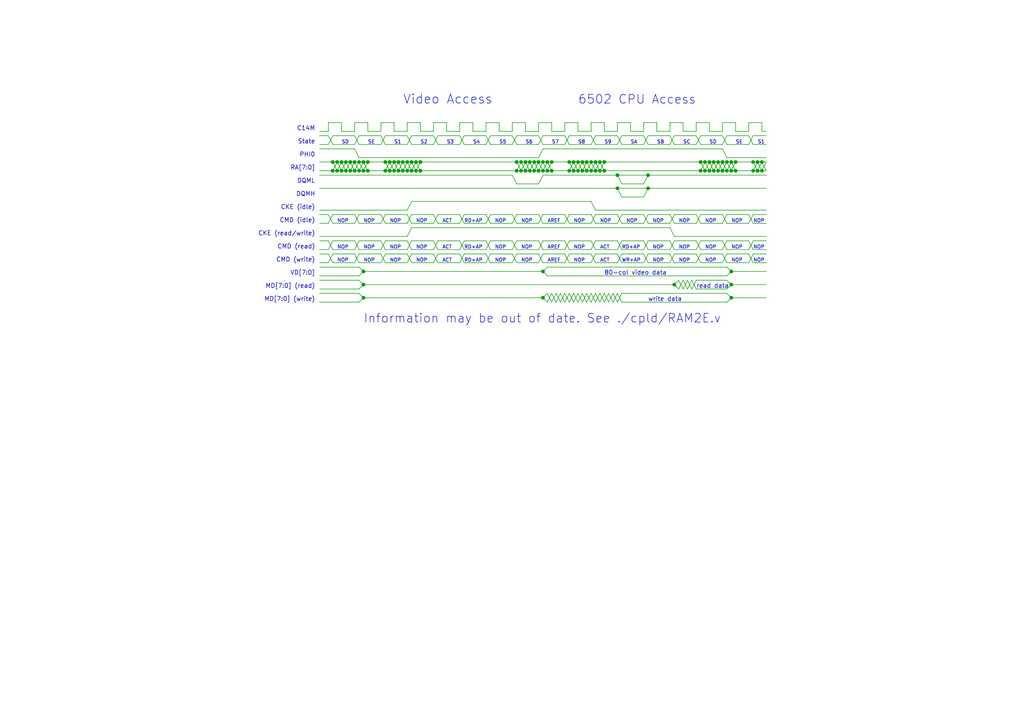
<source format=kicad_sch>
(kicad_sch (version 20230121) (generator eeschema)
  (paper "A4")
  (title_block (title "GW4203B (RAM2E II) - LCMXO256 / LCMXO640") (date "2023-09-21") (rev "2.0") (company "Garrett's Workshop"))
  (lib_symbols)
  (junction (at 153.67 46.99))
  (junction (at 99.06 49.53))
  (junction (at 171.45 46.99))
  (junction (at 212.09 46.99))
  (junction (at 151.13 46.99))
  (junction (at 104.14 46.99))
  (junction (at 113.03 49.53))
  (junction (at 187.96 50.8))
  (junction (at 207.01 49.53))
  (junction (at 100.33 49.53))
  (junction (at 207.01 46.99))
  (junction (at 204.47 49.53))
  (junction (at 152.4 49.53))
  (junction (at 210.82 49.53))
  (junction (at 96.52 46.99))
  (junction (at 152.4 46.99))
  (junction (at 209.55 46.99))
  (junction (at 209.55 49.53))
  (junction (at 170.18 46.99))
  (junction (at 205.74 46.99))
  (junction (at 116.84 46.99))
  (junction (at 212.09 49.53))
  (junction (at 149.86 49.53))
  (junction (at 205.74 49.53))
  (junction (at 219.71 49.53))
  (junction (at 157.48 86.36))
  (junction (at 105.41 49.53))
  (junction (at 218.44 46.99))
  (junction (at 212.09 86.36))
  (junction (at 220.98 49.53))
  (junction (at 101.6 46.99))
  (junction (at 113.03 46.99))
  (junction (at 105.41 82.55))
  (junction (at 210.82 46.99))
  (junction (at 208.28 49.53))
  (junction (at 203.2 46.99))
  (junction (at 121.92 46.99))
  (junction (at 114.3 49.53))
  (junction (at 175.26 46.99))
  (junction (at 120.65 46.99))
  (junction (at 115.57 46.99))
  (junction (at 116.84 49.53))
  (junction (at 179.07 54.61))
  (junction (at 160.02 49.53))
  (junction (at 172.72 49.53))
  (junction (at 149.86 46.99))
  (junction (at 157.48 78.74))
  (junction (at 204.47 46.99))
  (junction (at 97.79 49.53))
  (junction (at 167.64 46.99))
  (junction (at 208.28 46.99))
  (junction (at 105.41 78.74))
  (junction (at 100.33 46.99))
  (junction (at 106.68 49.53))
  (junction (at 104.14 49.53))
  (junction (at 101.6 49.53))
  (junction (at 156.21 46.99))
  (junction (at 172.72 46.99))
  (junction (at 105.41 46.99))
  (junction (at 212.09 82.55))
  (junction (at 166.37 49.53))
  (junction (at 151.13 49.53))
  (junction (at 212.09 78.74))
  (junction (at 160.02 46.99))
  (junction (at 121.92 49.53))
  (junction (at 157.48 46.99))
  (junction (at 96.52 49.53))
  (junction (at 173.99 49.53))
  (junction (at 166.37 46.99))
  (junction (at 173.99 46.99))
  (junction (at 187.96 54.61))
  (junction (at 213.36 46.99))
  (junction (at 170.18 49.53))
  (junction (at 154.94 46.99))
  (junction (at 220.98 46.99))
  (junction (at 105.41 86.36))
  (junction (at 102.87 49.53))
  (junction (at 218.44 49.53))
  (junction (at 111.76 49.53))
  (junction (at 179.07 50.8))
  (junction (at 97.79 46.99))
  (junction (at 119.38 46.99))
  (junction (at 153.67 49.53))
  (junction (at 171.45 49.53))
  (junction (at 102.87 46.99))
  (junction (at 168.91 49.53))
  (junction (at 106.68 46.99))
  (junction (at 157.48 49.53))
  (junction (at 158.75 49.53))
  (junction (at 203.2 49.53))
  (junction (at 118.11 49.53))
  (junction (at 115.57 49.53))
  (junction (at 158.75 46.99))
  (junction (at 167.64 49.53))
  (junction (at 175.26 49.53))
  (junction (at 99.06 46.99))
  (junction (at 168.91 46.99))
  (junction (at 118.11 46.99))
  (junction (at 213.36 49.53))
  (junction (at 195.58 82.55))
  (junction (at 154.94 49.53))
  (junction (at 114.3 46.99))
  (junction (at 120.65 49.53))
  (junction (at 165.1 46.99))
  (junction (at 119.38 49.53))
  (junction (at 111.76 46.99))
  (junction (at 156.21 49.53))
  (junction (at 219.71 46.99))
  (junction (at 165.1 49.53))
  (wire (pts (xy 203.2 41.91) (xy 209.55 41.91)))
  (wire (pts (xy 209.55 76.2) (xy 210.82 73.66)))
  (wire (pts (xy 210.82 46.99) (xy 212.09 46.99)))
  (wire (pts (xy 125.73 73.66) (xy 119.38 73.66)))
  (wire (pts (xy 171.45 64.77) (xy 172.72 62.23)))
  (wire (pts (xy 186.69 39.37) (xy 187.96 41.91)))
  (wire (pts (xy 217.17 41.91) (xy 218.44 39.37)))
  (wire (pts (xy 194.31 39.37) (xy 187.96 39.37)))
  (wire (pts (xy 101.6 49.53) (xy 102.87 49.53)))
  (wire (pts (xy 125.73 64.77) (xy 127 62.23)))
  (wire (pts (xy 158.75 46.99) (xy 160.02 46.99)))
  (wire (pts (xy 167.64 87.63) (xy 168.91 85.09)))
  (wire (pts (xy 203.2 49.53) (xy 204.47 49.53)))
  (wire (pts (xy 180.34 41.91) (xy 186.69 41.91)))
  (wire (pts (xy 205.74 49.53) (xy 207.01 46.99)))
  (wire (pts (xy 217.17 62.23) (xy 218.44 64.77)))
  (wire (pts (xy 163.83 85.09) (xy 165.1 87.63)))
  (wire (pts (xy 102.87 62.23) (xy 104.14 64.77)))
  (wire (pts (xy 165.1 85.09) (xy 166.37 87.63)))
  (wire (pts (xy 105.41 82.55) (xy 104.14 83.82)))
  (wire (pts (xy 179.07 62.23) (xy 180.34 64.77)))
  (wire (pts (xy 180.34 53.34) (xy 186.69 53.34)))
  (wire (pts (xy 119.38 64.77) (xy 125.73 64.77)))
  (wire (pts (xy 173.99 46.99) (xy 175.26 46.99)))
  (wire (pts (xy 157.48 86.36) (xy 158.75 87.63)))
  (wire (pts (xy 133.35 73.66) (xy 127 73.66)))
  (wire (pts (xy 179.07 73.66) (xy 180.34 76.2)))
  (wire (pts (xy 158.75 80.01) (xy 210.82 80.01)))
  (wire (pts (xy 104.14 41.91) (xy 110.49 41.91)))
  (wire (pts (xy 92.71 46.99) (xy 96.52 46.99)))
  (wire (pts (xy 195.58 72.39) (xy 201.93 72.39)))
  (wire (pts (xy 111.76 49.53) (xy 113.03 46.99)))
  (wire (pts (xy 209.55 46.99) (xy 210.82 49.53)))
  (wire (pts (xy 157.48 72.39) (xy 163.83 72.39)))
  (wire (pts (xy 114.3 38.1) (xy 118.11 38.1)))
  (wire (pts (xy 165.1 76.2) (xy 171.45 76.2)))
  (wire (pts (xy 149.86 49.53) (xy 151.13 49.53)))
  (wire (pts (xy 217.17 69.85) (xy 210.82 69.85)))
  (wire (pts (xy 212.09 86.36) (xy 222.25 86.36)))
  (wire (pts (xy 101.6 49.53) (xy 102.87 46.99)))
  (wire (pts (xy 167.64 49.53) (xy 168.91 46.99)))
  (wire (pts (xy 217.17 35.56) (xy 220.98 35.56)))
  (wire (pts (xy 166.37 49.53) (xy 167.64 49.53)))
  (wire (pts (xy 212.09 78.74) (xy 210.82 80.01)))
  (wire (pts (xy 149.86 46.99) (xy 151.13 46.99)))
  (wire (pts (xy 120.65 49.53) (xy 121.92 49.53)))
  (wire (pts (xy 180.34 57.15) (xy 186.69 57.15)))
  (wire (pts (xy 144.78 35.56) (xy 144.78 38.1)))
  (wire (pts (xy 209.55 39.37) (xy 203.2 39.37)))
  (wire (pts (xy 213.36 46.99) (xy 218.44 46.99)))
  (wire (pts (xy 104.14 81.28) (xy 105.41 82.55)))
  (wire (pts (xy 119.38 46.99) (xy 120.65 49.53)))
  (wire (pts (xy 111.76 46.99) (xy 113.03 46.99)))
  (wire (pts (xy 157.48 78.74) (xy 158.75 80.01)))
  (wire (pts (xy 118.11 62.23) (xy 111.76 62.23)))
  (wire (pts (xy 105.41 46.99) (xy 106.68 49.53)))
  (wire (pts (xy 167.64 35.56) (xy 167.64 38.1)))
  (wire (pts (xy 99.06 35.56) (xy 95.25 35.56)))
  (wire (pts (xy 198.12 38.1) (xy 201.93 38.1)))
  (wire (pts (xy 213.36 49.53) (xy 218.44 49.53)))
  (wire (pts (xy 148.59 72.39) (xy 149.86 69.85)))
  (wire (pts (xy 115.57 46.99) (xy 116.84 46.99)))
  (wire (pts (xy 104.14 49.53) (xy 105.41 49.53)))
  (wire (pts (xy 186.69 72.39) (xy 187.96 69.85)))
  (wire (pts (xy 199.39 83.82) (xy 200.66 81.28)))
  (wire (pts (xy 133.35 39.37) (xy 127 39.37)))
  (wire (pts (xy 111.76 49.53) (xy 113.03 49.53)))
  (wire (pts (xy 171.45 58.42) (xy 119.38 58.42)))
  (wire (pts (xy 177.8 87.63) (xy 179.07 85.09)))
  (wire (pts (xy 102.87 39.37) (xy 104.14 41.91)))
  (wire (pts (xy 196.85 83.82) (xy 198.12 81.28)))
  (wire (pts (xy 154.94 49.53) (xy 156.21 46.99)))
  (wire (pts (xy 175.26 46.99) (xy 203.2 46.99)))
  (wire (pts (xy 205.74 46.99) (xy 207.01 49.53)))
  (wire (pts (xy 99.06 49.53) (xy 100.33 49.53)))
  (wire (pts (xy 209.55 73.66) (xy 203.2 73.66)))
  (wire (pts (xy 172.72 49.53) (xy 173.99 46.99)))
  (wire (pts (xy 179.07 50.8) (xy 180.34 53.34)))
  (wire (pts (xy 162.56 87.63) (xy 163.83 85.09)))
  (wire (pts (xy 157.48 41.91) (xy 163.83 41.91)))
  (wire (pts (xy 157.48 86.36) (xy 158.75 85.09)))
  (wire (pts (xy 203.2 64.77) (xy 209.55 64.77)))
  (wire (pts (xy 186.69 53.34) (xy 187.96 50.8)))
  (wire (pts (xy 194.31 66.04) (xy 119.38 66.04)))
  (wire (pts (xy 110.49 73.66) (xy 111.76 76.2)))
  (wire (pts (xy 179.07 35.56) (xy 182.88 35.56)))
  (wire (pts (xy 171.45 46.99) (xy 172.72 46.99)))
  (wire (pts (xy 99.06 46.99) (xy 100.33 46.99)))
  (wire (pts (xy 212.09 82.55) (xy 210.82 83.82)))
  (wire (pts (xy 156.21 73.66) (xy 157.48 76.2)))
  (wire (pts (xy 118.11 49.53) (xy 119.38 46.99)))
  (wire (pts (xy 95.25 35.56) (xy 95.25 38.1)))
  (wire (pts (xy 179.07 73.66) (xy 172.72 73.66)))
  (wire (pts (xy 152.4 35.56) (xy 152.4 38.1)))
  (wire (pts (xy 156.21 46.99) (xy 157.48 46.99)))
  (wire (pts (xy 201.93 69.85) (xy 203.2 72.39)))
  (wire (pts (xy 207.01 46.99) (xy 208.28 46.99)))
  (wire (pts (xy 172.72 60.96) (xy 222.25 60.96)))
  (wire (pts (xy 92.71 54.61) (xy 179.07 54.61)))
  (wire (pts (xy 133.35 69.85) (xy 134.62 72.39)))
  (wire (pts (xy 205.74 49.53) (xy 207.01 49.53)))
  (wire (pts (xy 92.71 43.18) (xy 102.87 43.18)))
  (wire (pts (xy 179.07 54.61) (xy 187.96 54.61)))
  (wire (pts (xy 157.48 76.2) (xy 163.83 76.2)))
  (wire (pts (xy 217.17 73.66) (xy 210.82 73.66)))
  (wire (pts (xy 194.31 72.39) (xy 195.58 69.85)))
  (wire (pts (xy 180.34 76.2) (xy 186.69 76.2)))
  (wire (pts (xy 148.59 38.1) (xy 148.59 35.56)))
  (wire (pts (xy 171.45 39.37) (xy 172.72 41.91)))
  (wire (pts (xy 203.2 46.99) (xy 204.47 46.99)))
  (wire (pts (xy 127 72.39) (xy 133.35 72.39)))
  (wire (pts (xy 160.02 87.63) (xy 161.29 85.09)))
  (wire (pts (xy 119.38 58.42) (xy 118.11 60.96)))
  (wire (pts (xy 186.69 76.2) (xy 187.96 73.66)))
  (wire (pts (xy 95.25 72.39) (xy 96.52 69.85)))
  (wire (pts (xy 95.25 73.66) (xy 92.71 73.66)))
  (wire (pts (xy 170.18 85.09) (xy 171.45 87.63)))
  (wire (pts (xy 104.14 64.77) (xy 110.49 64.77)))
  (wire (pts (xy 210.82 45.72) (xy 222.25 45.72)))
  (wire (pts (xy 152.4 49.53) (xy 153.67 46.99)))
  (wire (pts (xy 156.21 69.85) (xy 157.48 72.39)))
  (wire (pts (xy 166.37 46.99) (xy 167.64 46.99)))
  (wire (pts (xy 140.97 39.37) (xy 134.62 39.37)))
  (wire (pts (xy 152.4 46.99) (xy 153.67 49.53)))
  (wire (pts (xy 165.1 87.63) (xy 166.37 85.09)))
  (wire (pts (xy 156.21 39.37) (xy 149.86 39.37)))
  (wire (pts (xy 102.87 69.85) (xy 104.14 72.39)))
  (wire (pts (xy 140.97 73.66) (xy 134.62 73.66)))
  (wire (pts (xy 156.21 73.66) (xy 149.86 73.66)))
  (wire (pts (xy 152.4 49.53) (xy 153.67 49.53)))
  (wire (pts (xy 160.02 85.09) (xy 161.29 87.63)))
  (wire (pts (xy 167.64 38.1) (xy 171.45 38.1)))
  (wire (pts (xy 171.45 38.1) (xy 171.45 35.56)))
  (wire (pts (xy 106.68 46.99) (xy 111.76 46.99)))
  (wire (pts (xy 222.25 39.37) (xy 218.44 39.37)))
  (wire (pts (xy 92.71 50.8) (xy 148.59 50.8)))
  (wire (pts (xy 114.3 46.99) (xy 115.57 49.53)))
  (wire (pts (xy 217.17 73.66) (xy 218.44 76.2)))
  (wire (pts (xy 118.11 68.58) (xy 92.71 68.58)))
  (wire (pts (xy 210.82 64.77) (xy 217.17 64.77)))
  (wire (pts (xy 163.83 35.56) (xy 167.64 35.56)))
  (wire (pts (xy 170.18 49.53) (xy 171.45 49.53)))
  (wire (pts (xy 219.71 46.99) (xy 220.98 46.99)))
  (wire (pts (xy 156.21 62.23) (xy 157.48 64.77)))
  (wire (pts (xy 99.06 49.53) (xy 100.33 46.99)))
  (wire (pts (xy 171.45 62.23) (xy 172.72 64.77)))
  (wire (pts (xy 96.52 46.99) (xy 97.79 49.53)))
  (wire (pts (xy 119.38 46.99) (xy 120.65 46.99)))
  (wire (pts (xy 125.73 39.37) (xy 127 41.91)))
  (wire (pts (xy 171.45 69.85) (xy 165.1 69.85)))
  (wire (pts (xy 149.86 64.77) (xy 156.21 64.77)))
  (wire (pts (xy 190.5 38.1) (xy 194.31 38.1)))
  (wire (pts (xy 195.58 82.55) (xy 196.85 81.28)))
  (wire (pts (xy 207.01 49.53) (xy 208.28 49.53)))
  (wire (pts (xy 165.1 41.91) (xy 171.45 41.91)))
  (wire (pts (xy 113.03 49.53) (xy 114.3 46.99)))
  (wire (pts (xy 125.73 38.1) (xy 125.73 35.56)))
  (wire (pts (xy 179.07 87.63) (xy 180.34 85.09)))
  (wire (pts (xy 186.69 69.85) (xy 187.96 72.39)))
  (wire (pts (xy 116.84 46.99) (xy 118.11 46.99)))
  (wire (pts (xy 212.09 82.55) (xy 222.25 82.55)))
  (wire (pts (xy 140.97 69.85) (xy 142.24 72.39)))
  (wire (pts (xy 142.24 76.2) (xy 148.59 76.2)))
  (wire (pts (xy 149.86 46.99) (xy 151.13 49.53)))
  (wire (pts (xy 104.14 46.99) (xy 105.41 49.53)))
  (wire (pts (xy 149.86 49.53) (xy 151.13 46.99)))
  (wire (pts (xy 209.55 39.37) (xy 210.82 41.91)))
  (wire (pts (xy 217.17 72.39) (xy 218.44 69.85)))
  (wire (pts (xy 201.93 62.23) (xy 195.58 62.23)))
  (wire (pts (xy 110.49 64.77) (xy 111.76 62.23)))
  (wire (pts (xy 186.69 62.23) (xy 180.34 62.23)))
  (wire (pts (xy 166.37 87.63) (xy 167.64 85.09)))
  (wire (pts (xy 133.35 69.85) (xy 127 69.85)))
  (wire (pts (xy 156.21 53.34) (xy 157.48 50.8)))
  (wire (pts (xy 187.96 50.8) (xy 222.25 50.8)))
  (wire (pts (xy 160.02 49.53) (xy 165.1 49.53)))
  (wire (pts (xy 209.55 69.85) (xy 210.82 72.39)))
  (wire (pts (xy 194.31 38.1) (xy 194.31 35.56)))
  (wire (pts (xy 97.79 49.53) (xy 99.06 49.53)))
  (wire (pts (xy 198.12 83.82) (xy 199.39 81.28)))
  (wire (pts (xy 158.75 85.09) (xy 160.02 87.63)))
  (wire (pts (xy 125.73 69.85) (xy 127 72.39)))
  (wire (pts (xy 163.83 69.85) (xy 165.1 72.39)))
  (wire (pts (xy 102.87 38.1) (xy 102.87 35.56)))
  (wire (pts (xy 212.09 49.53) (xy 213.36 49.53)))
  (wire (pts (xy 173.99 87.63) (xy 175.26 85.09)))
  (wire (pts (xy 172.72 87.63) (xy 173.99 85.09)))
  (wire (pts (xy 201.93 69.85) (xy 195.58 69.85)))
  (wire (pts (xy 149.86 72.39) (xy 156.21 72.39)))
  (wire (pts (xy 203.2 49.53) (xy 204.47 46.99)))
  (wire (pts (xy 172.72 46.99) (xy 173.99 46.99)))
  (wire (pts (xy 114.3 46.99) (xy 115.57 46.99)))
  (wire (pts (xy 179.07 62.23) (xy 172.72 62.23)))
  (wire (pts (xy 194.31 64.77) (xy 195.58 62.23)))
  (wire (pts (xy 140.97 62.23) (xy 134.62 62.23)))
  (wire (pts (xy 95.25 69.85) (xy 96.52 72.39)))
  (wire (pts (xy 167.64 85.09) (xy 168.91 87.63)))
  (wire (pts (xy 156.21 69.85) (xy 149.86 69.85)))
  (wire (pts (xy 102.87 49.53) (xy 104.14 46.99)))
  (wire (pts (xy 156.21 49.53) (xy 157.48 49.53)))
  (wire (pts (xy 218.44 41.91) (xy 222.25 41.91)))
  (wire (pts (xy 156.21 64.77) (xy 157.48 62.23)))
  (wire (pts (xy 165.1 64.77) (xy 171.45 64.77)))
  (wire (pts (xy 118.11 73.66) (xy 111.76 73.66)))
  (wire (pts (xy 179.07 39.37) (xy 172.72 39.37)))
  (wire (pts (xy 111.76 76.2) (xy 118.11 76.2)))
  (wire (pts (xy 148.59 62.23) (xy 142.24 62.23)))
  (wire (pts (xy 217.17 38.1) (xy 217.17 35.56)))
  (wire (pts (xy 134.62 72.39) (xy 140.97 72.39)))
  (wire (pts (xy 172.72 49.53) (xy 173.99 49.53)))
  (wire (pts (xy 95.25 73.66) (xy 96.52 76.2)))
  (wire (pts (xy 186.69 73.66) (xy 187.96 76.2)))
  (wire (pts (xy 218.44 46.99) (xy 219.71 46.99)))
  (wire (pts (xy 173.99 46.99) (xy 175.26 49.53)))
  (wire (pts (xy 120.65 46.99) (xy 121.92 49.53)))
  (wire (pts (xy 110.49 38.1) (xy 110.49 35.56)))
  (wire (pts (xy 134.62 41.91) (xy 140.97 41.91)))
  (wire (pts (xy 105.41 49.53) (xy 106.68 49.53)))
  (wire (pts (xy 100.33 46.99) (xy 101.6 46.99)))
  (wire (pts (xy 137.16 35.56) (xy 137.16 38.1)))
  (wire (pts (xy 180.34 87.63) (xy 210.82 87.63)))
  (wire (pts (xy 95.25 41.91) (xy 92.71 41.91)))
  (wire (pts (xy 201.93 81.28) (xy 210.82 81.28)))
  (wire (pts (xy 172.72 64.77) (xy 179.07 64.77)))
  (wire (pts (xy 217.17 62.23) (xy 210.82 62.23)))
  (wire (pts (xy 190.5 35.56) (xy 190.5 38.1)))
  (wire (pts (xy 96.52 46.99) (xy 97.79 46.99)))
  (wire (pts (xy 209.55 46.99) (xy 210.82 46.99)))
  (wire (pts (xy 118.11 62.23) (xy 119.38 64.77)))
  (wire (pts (xy 96.52 49.53) (xy 97.79 46.99)))
  (wire (pts (xy 120.65 46.99) (xy 121.92 46.99)))
  (wire (pts (xy 194.31 69.85) (xy 195.58 72.39)))
  (wire (pts (xy 116.84 49.53) (xy 118.11 49.53)))
  (wire (pts (xy 179.07 85.09) (xy 180.34 87.63)))
  (wire (pts (xy 210.82 81.28) (xy 212.09 82.55)))
  (wire (pts (xy 208.28 46.99) (xy 209.55 46.99)))
  (wire (pts (xy 205.74 38.1) (xy 209.55 38.1)))
  (wire (pts (xy 208.28 49.53) (xy 209.55 49.53)))
  (wire (pts (xy 175.26 87.63) (xy 176.53 85.09)))
  (wire (pts (xy 118.11 46.99) (xy 119.38 49.53)))
  (wire (pts (xy 102.87 64.77) (xy 104.14 62.23)))
  (wire (pts (xy 111.76 41.91) (xy 118.11 41.91)))
  (wire (pts (xy 196.85 81.28) (xy 198.12 83.82)))
  (wire (pts (xy 194.31 41.91) (xy 195.58 39.37)))
  (wire (pts (xy 118.11 72.39) (xy 119.38 69.85)))
  (wire (pts (xy 171.45 58.42) (xy 172.72 60.96)))
  (wire (pts (xy 212.09 49.53) (xy 213.36 46.99)))
  (wire (pts (xy 113.03 46.99) (xy 114.3 46.99)))
  (wire (pts (xy 180.34 64.77) (xy 186.69 64.77)))
  (wire (pts (xy 194.31 35.56) (xy 198.12 35.56)))
  (wire (pts (xy 110.49 35.56) (xy 114.3 35.56)))
  (wire (pts (xy 168.91 46.99) (xy 170.18 46.99)))
  (wire (pts (xy 102.87 69.85) (xy 96.52 69.85)))
  (wire (pts (xy 165.1 46.99) (xy 166.37 46.99)))
  (wire (pts (xy 125.73 41.91) (xy 127 39.37)))
  (wire (pts (xy 201.93 64.77) (xy 203.2 62.23)))
  (wire (pts (xy 110.49 72.39) (xy 111.76 69.85)))
  (wire (pts (xy 104.14 85.09) (xy 105.41 86.36)))
  (wire (pts (xy 218.44 49.53) (xy 219.71 46.99)))
  (wire (pts (xy 142.24 41.91) (xy 148.59 41.91)))
  (wire (pts (xy 118.11 60.96) (xy 92.71 60.96)))
  (wire (pts (xy 119.38 49.53) (xy 120.65 46.99)))
  (wire (pts (xy 118.11 73.66) (xy 119.38 76.2)))
  (wire (pts (xy 102.87 39.37) (xy 96.52 39.37)))
  (wire (pts (xy 99.06 38.1) (xy 102.87 38.1)))
  (wire (pts (xy 182.88 35.56) (xy 182.88 38.1)))
  (wire (pts (xy 156.21 62.23) (xy 149.86 62.23)))
  (wire (pts (xy 156.21 49.53) (xy 157.48 46.99)))
  (wire (pts (xy 104.14 76.2) (xy 110.49 76.2)))
  (wire (pts (xy 163.83 62.23) (xy 165.1 64.77)))
  (wire (pts (xy 152.4 46.99) (xy 153.67 46.99)))
  (wire (pts (xy 168.91 49.53) (xy 170.18 46.99)))
  (wire (pts (xy 153.67 46.99) (xy 154.94 46.99)))
  (wire (pts (xy 187.96 76.2) (xy 194.31 76.2)))
  (wire (pts (xy 220.98 46.99) (xy 222.25 46.99)))
  (wire (pts (xy 92.71 49.53) (xy 96.52 49.53)))
  (wire (pts (xy 200.66 83.82) (xy 201.93 81.28)))
  (wire (pts (xy 110.49 76.2) (xy 111.76 73.66)))
  (wire (pts (xy 201.93 83.82) (xy 210.82 83.82)))
  (wire (pts (xy 222.25 62.23) (xy 218.44 62.23)))
  (wire (pts (xy 157.48 49.53) (xy 158.75 49.53)))
  (wire (pts (xy 212.09 46.99) (xy 213.36 49.53)))
  (wire (pts (xy 205.74 46.99) (xy 207.01 46.99)))
  (wire (pts (xy 106.68 38.1) (xy 110.49 38.1)))
  (wire (pts (xy 133.35 39.37) (xy 134.62 41.91)))
  (wire (pts (xy 137.16 38.1) (xy 140.97 38.1)))
  (wire (pts (xy 102.87 41.91) (xy 104.14 39.37)))
  (wire (pts (xy 171.45 49.53) (xy 172.72 49.53)))
  (wire (pts (xy 213.36 38.1) (xy 217.17 38.1)))
  (wire (pts (xy 127 76.2) (xy 133.35 76.2)))
  (wire (pts (xy 157.48 78.74) (xy 158.75 77.47)))
  (wire (pts (xy 95.25 76.2) (xy 92.71 76.2)))
  (wire (pts (xy 201.93 73.66) (xy 203.2 76.2)))
  (wire (pts (xy 218.44 64.77) (xy 222.25 64.77)))
  (wire (pts (xy 105.41 86.36) (xy 104.14 87.63)))
  (wire (pts (xy 104.14 77.47) (xy 105.41 78.74)))
  (wire (pts (xy 140.97 64.77) (xy 142.24 62.23)))
  (wire (pts (xy 210.82 49.53) (xy 212.09 46.99)))
  (wire (pts (xy 95.25 69.85) (xy 92.71 69.85)))
  (wire (pts (xy 163.83 38.1) (xy 163.83 35.56)))
  (wire (pts (xy 217.17 39.37) (xy 218.44 41.91)))
  (wire (pts (xy 114.3 35.56) (xy 114.3 38.1)))
  (wire (pts (xy 172.72 85.09) (xy 173.99 87.63)))
  (wire (pts (xy 160.02 46.99) (xy 165.1 46.99)))
  (wire (pts (xy 133.35 73.66) (xy 134.62 76.2)))
  (wire (pts (xy 110.49 62.23) (xy 104.14 62.23)))
  (wire (pts (xy 179.07 69.85) (xy 180.34 72.39)))
  (wire (pts (xy 151.13 46.99) (xy 152.4 49.53)))
  (wire (pts (xy 95.25 62.23) (xy 92.71 62.23)))
  (wire (pts (xy 186.69 35.56) (xy 190.5 35.56)))
  (wire (pts (xy 156.21 46.99) (xy 157.48 49.53)))
  (wire (pts (xy 144.78 38.1) (xy 148.59 38.1)))
  (wire (pts (xy 129.54 38.1) (xy 133.35 38.1)))
  (wire (pts (xy 121.92 35.56) (xy 121.92 38.1)))
  (wire (pts (xy 186.69 38.1) (xy 186.69 35.56)))
  (wire (pts (xy 116.84 46.99) (xy 118.11 49.53)))
  (wire (pts (xy 212.09 86.36) (xy 210.82 87.63)))
  (wire (pts (xy 115.57 49.53) (xy 116.84 49.53)))
  (wire (pts (xy 140.97 76.2) (xy 142.24 73.66)))
  (wire (pts (xy 99.06 35.56) (xy 99.06 38.1)))
  (wire (pts (xy 151.13 49.53) (xy 152.4 49.53)))
  (wire (pts (xy 171.45 62.23) (xy 165.1 62.23)))
  (wire (pts (xy 171.45 49.53) (xy 172.72 46.99)))
  (wire (pts (xy 95.25 72.39) (xy 92.71 72.39)))
  (wire (pts (xy 100.33 46.99) (xy 101.6 49.53)))
  (wire (pts (xy 140.97 39.37) (xy 142.24 41.91)))
  (wire (pts (xy 110.49 69.85) (xy 104.14 69.85)))
  (wire (pts (xy 217.17 64.77) (xy 218.44 62.23)))
  (wire (pts (xy 96.52 76.2) (xy 102.87 76.2)))
  (wire (pts (xy 113.03 49.53) (xy 114.3 49.53)))
  (wire (pts (xy 118.11 41.91) (xy 119.38 39.37)))
  (wire (pts (xy 179.07 41.91) (xy 180.34 39.37)))
  (wire (pts (xy 201.93 39.37) (xy 195.58 39.37)))
  (wire (pts (xy 97.79 49.53) (xy 99.06 46.99)))
  (wire (pts (xy 125.73 35.56) (xy 129.54 35.56)))
  (wire (pts (xy 210.82 72.39) (xy 217.17 72.39)))
  (wire (pts (xy 204.47 46.99) (xy 205.74 49.53)))
  (wire (pts (xy 125.73 62.23) (xy 119.38 62.23)))
  (wire (pts (xy 171.45 87.63) (xy 172.72 85.09)))
  (wire (pts (xy 210.82 76.2) (xy 217.17 76.2)))
  (wire (pts (xy 186.69 39.37) (xy 180.34 39.37)))
  (wire (pts (xy 198.12 81.28) (xy 199.39 83.82)))
  (wire (pts (xy 179.07 38.1) (xy 179.07 35.56)))
  (wire (pts (xy 179.07 76.2) (xy 180.34 73.66)))
  (wire (pts (xy 212.09 78.74) (xy 222.25 78.74)))
  (wire (pts (xy 201.93 41.91) (xy 203.2 39.37)))
  (wire (pts (xy 151.13 46.99) (xy 152.4 46.99)))
  (wire (pts (xy 118.11 39.37) (xy 119.38 41.91)))
  (wire (pts (xy 218.44 76.2) (xy 222.25 76.2)))
  (wire (pts (xy 175.26 85.09) (xy 176.53 87.63)))
  (wire (pts (xy 171.45 41.91) (xy 172.72 39.37)))
  (wire (pts (xy 105.41 46.99) (xy 106.68 46.99)))
  (wire (pts (xy 96.52 64.77) (xy 102.87 64.77)))
  (wire (pts (xy 110.49 73.66) (xy 104.14 73.66)))
  (wire (pts (xy 125.73 62.23) (xy 127 64.77)))
  (wire (pts (xy 156.21 41.91) (xy 157.48 39.37)))
  (wire (pts (xy 156.21 72.39) (xy 157.48 69.85)))
  (wire (pts (xy 186.69 73.66) (xy 180.34 73.66)))
  (wire (pts (xy 156.21 45.72) (xy 157.48 43.18)))
  (wire (pts (xy 95.25 76.2) (xy 96.52 73.66)))
  (wire (pts (xy 170.18 49.53) (xy 171.45 46.99)))
  (wire (pts (xy 172.72 72.39) (xy 179.07 72.39)))
  (wire (pts (xy 173.99 49.53) (xy 175.26 49.53)))
  (wire (pts (xy 148.59 69.85) (xy 142.24 69.85)))
  (wire (pts (xy 154.94 49.53) (xy 156.21 49.53)))
  (wire (pts (xy 101.6 46.99) (xy 102.87 46.99)))
  (wire (pts (xy 114.3 49.53) (xy 115.57 49.53)))
  (wire (pts (xy 168.91 85.09) (xy 170.18 87.63)))
  (wire (pts (xy 127 41.91) (xy 133.35 41.91)))
  (wire (pts (xy 209.55 49.53) (xy 210.82 46.99)))
  (wire (pts (xy 163.83 62.23) (xy 157.48 62.23)))
  (wire (pts (xy 95.25 38.1) (xy 92.71 38.1)))
  (wire (pts (xy 157.48 49.53) (xy 158.75 46.99)))
  (wire (pts (xy 180.34 72.39) (xy 186.69 72.39)))
  (wire (pts (xy 186.69 69.85) (xy 180.34 69.85)))
  (wire (pts (xy 133.35 72.39) (xy 134.62 69.85)))
  (wire (pts (xy 157.48 50.8) (xy 179.07 50.8)))
  (wire (pts (xy 106.68 49.53) (xy 111.76 49.53)))
  (wire (pts (xy 148.59 50.8) (xy 149.86 53.34)))
  (wire (pts (xy 175.26 38.1) (xy 179.07 38.1)))
  (wire (pts (xy 110.49 39.37) (xy 104.14 39.37)))
  (wire (pts (xy 115.57 46.99) (xy 116.84 49.53)))
  (wire (pts (xy 102.87 43.18) (xy 104.14 45.72)))
  (wire (pts (xy 148.59 73.66) (xy 149.86 76.2)))
  (wire (pts (xy 194.31 73.66) (xy 187.96 73.66)))
  (wire (pts (xy 97.79 46.99) (xy 99.06 49.53)))
  (wire (pts (xy 118.11 69.85) (xy 111.76 69.85)))
  (wire (pts (xy 209.55 43.18) (xy 210.82 45.72)))
  (wire (pts (xy 166.37 46.99) (xy 167.64 49.53)))
  (wire (pts (xy 179.07 54.61) (xy 180.34 57.15)))
  (wire (pts (xy 212.09 46.99) (xy 213.36 46.99)))
  (wire (pts (xy 209.55 72.39) (xy 210.82 69.85)))
  (wire (pts (xy 153.67 49.53) (xy 154.94 46.99)))
  (wire (pts (xy 127 64.77) (xy 133.35 64.77)))
  (wire (pts (xy 171.45 85.09) (xy 172.72 87.63)))
  (wire (pts (xy 186.69 41.91) (xy 187.96 39.37)))
  (wire (pts (xy 134.62 64.77) (xy 140.97 64.77)))
  (wire (pts (xy 140.97 35.56) (xy 144.78 35.56)))
  (wire (pts (xy 201.93 62.23) (xy 203.2 64.77)))
  (wire (pts (xy 204.47 49.53) (xy 205.74 46.99)))
  (wire (pts (xy 204.47 49.53) (xy 205.74 49.53)))
  (wire (pts (xy 102.87 46.99) (xy 104.14 46.99)))
  (wire (pts (xy 199.39 81.28) (xy 200.66 83.82)))
  (wire (pts (xy 194.31 69.85) (xy 187.96 69.85)))
  (wire (pts (xy 220.98 38.1) (xy 222.25 38.1)))
  (wire (pts (xy 148.59 41.91) (xy 149.86 39.37)))
  (wire (pts (xy 119.38 41.91) (xy 125.73 41.91)))
  (wire (pts (xy 92.71 87.63) (xy 104.14 87.63)))
  (wire (pts (xy 209.55 73.66) (xy 210.82 76.2)))
  (wire (pts (xy 148.59 39.37) (xy 142.24 39.37)))
  (wire (pts (xy 187.96 54.61) (xy 222.25 54.61)))
  (wire (pts (xy 121.92 49.53) (xy 149.86 49.53)))
  (wire (pts (xy 166.37 85.09) (xy 167.64 87.63)))
  (wire (pts (xy 219.71 49.53) (xy 220.98 49.53)))
  (wire (pts (xy 175.26 35.56) (xy 175.26 38.1)))
  (wire (pts (xy 133.35 35.56) (xy 137.16 35.56)))
  (wire (pts (xy 170.18 46.99) (xy 171.45 46.99)))
  (wire (pts (xy 92.71 83.82) (xy 104.14 83.82)))
  (wire (pts (xy 162.56 85.09) (xy 163.83 87.63)))
  (wire (pts (xy 95.25 39.37) (xy 96.52 41.91)))
  (wire (pts (xy 167.64 46.99) (xy 168.91 46.99)))
  (wire (pts (xy 187.96 72.39) (xy 194.31 72.39)))
  (wire (pts (xy 201.93 39.37) (xy 203.2 41.91)))
  (wire (pts (xy 133.35 64.77) (xy 134.62 62.23)))
  (wire (pts (xy 186.69 64.77) (xy 187.96 62.23)))
  (wire (pts (xy 105.41 78.74) (xy 157.48 78.74)))
  (wire (pts (xy 101.6 46.99) (xy 102.87 49.53)))
  (wire (pts (xy 119.38 76.2) (xy 125.73 76.2)))
  (wire (pts (xy 163.83 76.2) (xy 165.1 73.66)))
  (wire (pts (xy 163.83 41.91) (xy 165.1 39.37)))
  (wire (pts (xy 118.11 46.99) (xy 119.38 46.99)))
  (wire (pts (xy 114.3 49.53) (xy 115.57 46.99)))
  (wire (pts (xy 179.07 72.39) (xy 180.34 69.85)))
  (wire (pts (xy 209.55 62.23) (xy 203.2 62.23)))
  (wire (pts (xy 104.14 49.53) (xy 105.41 46.99)))
  (wire (pts (xy 96.52 49.53) (xy 97.79 49.53)))
  (wire (pts (xy 102.87 49.53) (xy 104.14 49.53)))
  (wire (pts (xy 207.01 49.53) (xy 208.28 46.99)))
  (wire (pts (xy 170.18 46.99) (xy 171.45 49.53)))
  (wire (pts (xy 171.45 72.39) (xy 172.72 69.85)))
  (wire (pts (xy 110.49 62.23) (xy 111.76 64.77)))
  (wire (pts (xy 148.59 64.77) (xy 149.86 62.23)))
  (wire (pts (xy 113.03 46.99) (xy 114.3 49.53)))
  (wire (pts (xy 195.58 76.2) (xy 201.93 76.2)))
  (wire (pts (xy 92.71 85.09) (xy 104.14 85.09)))
  (wire (pts (xy 219.71 49.53) (xy 220.98 46.99)))
  (wire (pts (xy 220.98 49.53) (xy 222.25 49.53)))
  (wire (pts (xy 125.73 72.39) (xy 127 69.85)))
  (wire (pts (xy 157.48 86.36) (xy 105.41 86.36)))
  (wire (pts (xy 167.64 49.53) (xy 168.91 49.53)))
  (wire (pts (xy 133.35 38.1) (xy 133.35 35.56)))
  (wire (pts (xy 218.44 72.39) (xy 222.25 72.39)))
  (wire (pts (xy 163.83 69.85) (xy 157.48 69.85)))
  (wire (pts (xy 154.94 46.99) (xy 156.21 46.99)))
  (wire (pts (xy 195.58 41.91) (xy 201.93 41.91)))
  (wire (pts (xy 171.45 46.99) (xy 172.72 49.53)))
  (wire (pts (xy 176.53 87.63) (xy 177.8 85.09)))
  (wire (pts (xy 195.58 68.58) (xy 222.25 68.58)))
  (wire (pts (xy 118.11 49.53) (xy 119.38 49.53)))
  (wire (pts (xy 194.31 76.2) (xy 195.58 73.66)))
  (wire (pts (xy 148.59 35.56) (xy 152.4 35.56)))
  (wire (pts (xy 118.11 35.56) (xy 121.92 35.56)))
  (wire (pts (xy 115.57 49.53) (xy 116.84 46.99)))
  (wire (pts (xy 99.06 46.99) (xy 100.33 49.53)))
  (wire (pts (xy 102.87 73.66) (xy 96.52 73.66)))
  (wire (pts (xy 153.67 49.53) (xy 154.94 49.53)))
  (wire (pts (xy 176.53 85.09) (xy 177.8 87.63)))
  (wire (pts (xy 105.41 78.74) (xy 104.14 80.01)))
  (wire (pts (xy 140.97 69.85) (xy 134.62 69.85)))
  (wire (pts (xy 102.87 46.99) (xy 104.14 49.53)))
  (wire (pts (xy 104.14 45.72) (xy 156.21 45.72)))
  (wire (pts (xy 207.01 46.99) (xy 208.28 49.53)))
  (wire (pts (xy 222.25 73.66) (xy 218.44 73.66)))
  (wire (pts (xy 201.93 76.2) (xy 203.2 73.66)))
  (wire (pts (xy 110.49 41.91) (xy 111.76 39.37)))
  (wire (pts (xy 156.21 38.1) (xy 156.21 35.56)))
  (wire (pts (xy 148.59 73.66) (xy 142.24 73.66)))
  (wire (pts (xy 104.14 46.99) (xy 105.41 46.99)))
  (wire (pts (xy 179.07 69.85) (xy 172.72 69.85)))
  (wire (pts (xy 158.75 77.47) (xy 210.82 77.47)))
  (wire (pts (xy 96.52 72.39) (xy 102.87 72.39)))
  (wire (pts (xy 110.49 39.37) (xy 111.76 41.91)))
  (wire (pts (xy 209.55 62.23) (xy 210.82 64.77)))
  (wire (pts (xy 222.25 69.85) (xy 218.44 69.85)))
  (wire (pts (xy 156.21 35.56) (xy 160.02 35.56)))
  (wire (pts (xy 210.82 41.91) (xy 217.17 41.91)))
  (wire (pts (xy 95.25 41.91) (xy 96.52 39.37)))
  (wire (pts (xy 158.75 49.53) (xy 160.02 49.53)))
  (wire (pts (xy 179.07 50.8) (xy 187.96 50.8)))
  (wire (pts (xy 217.17 39.37) (xy 210.82 39.37)))
  (wire (pts (xy 175.26 49.53) (xy 203.2 49.53)))
  (wire (pts (xy 160.02 35.56) (xy 160.02 38.1)))
  (wire (pts (xy 165.1 49.53) (xy 166.37 49.53)))
  (wire (pts (xy 140.97 72.39) (xy 142.24 69.85)))
  (wire (pts (xy 133.35 76.2) (xy 134.62 73.66)))
  (wire (pts (xy 161.29 85.09) (xy 162.56 87.63)))
  (wire (pts (xy 111.76 72.39) (xy 118.11 72.39)))
  (wire (pts (xy 102.87 62.23) (xy 96.52 62.23)))
  (wire (pts (xy 116.84 49.53) (xy 118.11 46.99)))
  (wire (pts (xy 110.49 69.85) (xy 111.76 72.39)))
  (wire (pts (xy 133.35 41.91) (xy 134.62 39.37)))
  (wire (pts (xy 95.25 64.77) (xy 92.71 64.77)))
  (wire (pts (xy 111.76 46.99) (xy 113.03 49.53)))
  (wire (pts (xy 105.41 82.55) (xy 195.58 82.55)))
  (wire (pts (xy 167.64 46.99) (xy 168.91 49.53)))
  (wire (pts (xy 171.45 73.66) (xy 172.72 76.2)))
  (wire (pts (xy 179.07 64.77) (xy 180.34 62.23)))
  (wire (pts (xy 220.98 35.56) (xy 220.98 38.1)))
  (wire (pts (xy 140.97 62.23) (xy 142.24 64.77)))
  (wire (pts (xy 118.11 64.77) (xy 119.38 62.23)))
  (wire (pts (xy 209.55 41.91) (xy 210.82 39.37)))
  (wire (pts (xy 208.28 46.99) (xy 209.55 49.53)))
  (wire (pts (xy 157.48 46.99) (xy 158.75 49.53)))
  (wire (pts (xy 163.83 73.66) (xy 165.1 76.2)))
  (wire (pts (xy 201.93 35.56) (xy 205.74 35.56)))
  (wire (pts (xy 186.69 57.15) (xy 187.96 54.61)))
  (wire (pts (xy 125.73 76.2) (xy 127 73.66)))
  (wire (pts (xy 165.1 72.39) (xy 171.45 72.39)))
  (wire (pts (xy 148.59 76.2) (xy 149.86 73.66)))
  (wire (pts (xy 118.11 76.2) (xy 119.38 73.66)))
  (wire (pts (xy 179.07 39.37) (xy 180.34 41.91)))
  (wire (pts (xy 165.1 49.53) (xy 166.37 46.99)))
  (wire (pts (xy 209.55 35.56) (xy 213.36 35.56)))
  (wire (pts (xy 102.87 73.66) (xy 104.14 76.2)))
  (wire (pts (xy 163.83 72.39) (xy 165.1 69.85)))
  (wire (pts (xy 92.71 77.47) (xy 104.14 77.47)))
  (wire (pts (xy 140.97 41.91) (xy 142.24 39.37)))
  (wire (pts (xy 186.69 62.23) (xy 187.96 64.77)))
  (wire (pts (xy 194.31 66.04) (xy 195.58 68.58)))
  (wire (pts (xy 125.73 73.66) (xy 127 76.2)))
  (wire (pts (xy 217.17 69.85) (xy 218.44 72.39)))
  (wire (pts (xy 168.91 49.53) (xy 170.18 49.53)))
  (wire (pts (xy 104.14 72.39) (xy 110.49 72.39)))
  (wire (pts (xy 210.82 85.09) (xy 212.09 86.36)))
  (wire (pts (xy 111.76 64.77) (xy 118.11 64.77)))
  (wire (pts (xy 102.87 76.2) (xy 104.14 73.66)))
  (wire (pts (xy 140.97 73.66) (xy 142.24 76.2)))
  (wire (pts (xy 205.74 35.56) (xy 205.74 38.1)))
  (wire (pts (xy 134.62 76.2) (xy 140.97 76.2)))
  (wire (pts (xy 148.59 69.85) (xy 149.86 72.39)))
  (wire (pts (xy 119.38 72.39) (xy 125.73 72.39)))
  (wire (pts (xy 163.83 73.66) (xy 157.48 73.66)))
  (wire (pts (xy 95.25 39.37) (xy 92.71 39.37)))
  (wire (pts (xy 158.75 87.63) (xy 160.02 85.09)))
  (wire (pts (xy 203.2 76.2) (xy 209.55 76.2)))
  (wire (pts (xy 187.96 64.77) (xy 194.31 64.77)))
  (wire (pts (xy 102.87 72.39) (xy 104.14 69.85)))
  (wire (pts (xy 209.55 69.85) (xy 203.2 69.85)))
  (wire (pts (xy 92.71 80.01) (xy 104.14 80.01)))
  (wire (pts (xy 172.72 76.2) (xy 179.07 76.2)))
  (wire (pts (xy 210.82 46.99) (xy 212.09 49.53)))
  (wire (pts (xy 171.45 73.66) (xy 165.1 73.66)))
  (wire (pts (xy 213.36 35.56) (xy 213.36 38.1)))
  (wire (pts (xy 133.35 62.23) (xy 127 62.23)))
  (wire (pts (xy 194.31 73.66) (xy 195.58 76.2)))
  (wire (pts (xy 97.79 46.99) (xy 99.06 46.99)))
  (wire (pts (xy 142.24 64.77) (xy 148.59 64.77)))
  (wire (pts (xy 198.12 35.56) (xy 198.12 38.1)))
  (wire (pts (xy 219.71 46.99) (xy 220.98 49.53)))
  (wire (pts (xy 168.91 87.63) (xy 170.18 85.09)))
  (wire (pts (xy 140.97 38.1) (xy 140.97 35.56)))
  (wire (pts (xy 201.93 72.39) (xy 203.2 69.85)))
  (wire (pts (xy 148.59 39.37) (xy 149.86 41.91)))
  (wire (pts (xy 151.13 49.53) (xy 152.4 46.99)))
  (wire (pts (xy 118.11 39.37) (xy 111.76 39.37)))
  (wire (pts (xy 125.73 39.37) (xy 119.38 39.37)))
  (wire (pts (xy 204.47 46.99) (xy 205.74 46.99)))
  (wire (pts (xy 106.68 35.56) (xy 106.68 38.1)))
  (wire (pts (xy 120.65 49.53) (xy 121.92 46.99)))
  (wire (pts (xy 158.75 49.53) (xy 160.02 46.99)))
  (wire (pts (xy 173.99 85.09) (xy 175.26 87.63)))
  (wire (pts (xy 163.83 39.37) (xy 165.1 41.91)))
  (wire (pts (xy 201.93 38.1) (xy 201.93 35.56)))
  (wire (pts (xy 195.58 82.55) (xy 196.85 83.82)))
  (wire (pts (xy 105.41 49.53) (xy 106.68 46.99)))
  (wire (pts (xy 172.72 41.91) (xy 179.07 41.91)))
  (wire (pts (xy 187.96 41.91) (xy 194.31 41.91)))
  (wire (pts (xy 148.59 62.23) (xy 149.86 64.77)))
  (wire (pts (xy 152.4 38.1) (xy 156.21 38.1)))
  (wire (pts (xy 177.8 85.09) (xy 179.07 87.63)))
  (wire (pts (xy 210.82 49.53) (xy 212.09 49.53)))
  (wire (pts (xy 171.45 35.56) (xy 175.26 35.56)))
  (wire (pts (xy 154.94 46.99) (xy 156.21 49.53)))
  (wire (pts (xy 170.18 87.63) (xy 171.45 85.09)))
  (wire (pts (xy 172.72 46.99) (xy 173.99 49.53)))
  (wire (pts (xy 156.21 39.37) (xy 157.48 41.91)))
  (wire (pts (xy 209.55 38.1) (xy 209.55 35.56)))
  (wire (pts (xy 194.31 39.37) (xy 195.58 41.91)))
  (wire (pts (xy 201.93 73.66) (xy 195.58 73.66)))
  (wire (pts (xy 182.88 38.1) (xy 186.69 38.1)))
  (wire (pts (xy 118.11 38.1) (xy 118.11 35.56)))
  (wire (pts (xy 156.21 76.2) (xy 157.48 73.66)))
  (wire (pts (xy 118.11 69.85) (xy 119.38 72.39)))
  (wire (pts (xy 163.83 64.77) (xy 165.1 62.23)))
  (wire (pts (xy 96.52 41.91) (xy 102.87 41.91)))
  (wire (pts (xy 171.45 76.2) (xy 172.72 73.66)))
  (wire (pts (xy 200.66 81.28) (xy 201.93 83.82)))
  (wire (pts (xy 153.67 46.99) (xy 154.94 49.53)))
  (wire (pts (xy 195.58 64.77) (xy 201.93 64.77)))
  (wire (pts (xy 218.44 46.99) (xy 219.71 49.53)))
  (wire (pts (xy 218.44 49.53) (xy 219.71 49.53)))
  (wire (pts (xy 194.31 62.23) (xy 195.58 64.77)))
  (wire (pts (xy 203.2 46.99) (xy 204.47 49.53)))
  (wire (pts (xy 157.48 43.18) (xy 209.55 43.18)))
  (wire (pts (xy 203.2 72.39) (xy 209.55 72.39)))
  (wire (pts (xy 208.28 49.53) (xy 209.55 46.99)))
  (wire (pts (xy 166.37 49.53) (xy 167.64 46.99)))
  (wire (pts (xy 121.92 46.99) (xy 149.86 46.99)))
  (wire (pts (xy 160.02 38.1) (xy 163.83 38.1)))
  (wire (pts (xy 125.73 69.85) (xy 119.38 69.85)))
  (wire (pts (xy 92.71 81.28) (xy 104.14 81.28)))
  (wire (pts (xy 142.24 72.39) (xy 148.59 72.39)))
  (wire (pts (xy 95.25 62.23) (xy 96.52 64.77)))
  (wire (pts (xy 163.83 39.37) (xy 157.48 39.37)))
  (wire (pts (xy 119.38 49.53) (xy 120.65 49.53)))
  (wire (pts (xy 173.99 49.53) (xy 175.26 46.99)))
  (wire (pts (xy 171.45 69.85) (xy 172.72 72.39)))
  (wire (pts (xy 100.33 49.53) (xy 101.6 49.53)))
  (wire (pts (xy 168.91 46.99) (xy 170.18 49.53)))
  (wire (pts (xy 171.45 39.37) (xy 165.1 39.37)))
  (wire (pts (xy 100.33 49.53) (xy 101.6 46.99)))
  (wire (pts (xy 157.48 64.77) (xy 163.83 64.77)))
  (wire (pts (xy 149.86 41.91) (xy 156.21 41.91)))
  (wire (pts (xy 149.86 53.34) (xy 156.21 53.34)))
  (wire (pts (xy 129.54 35.56) (xy 129.54 38.1)))
  (wire (pts (xy 217.17 76.2) (xy 218.44 73.66)))
  (wire (pts (xy 165.1 46.99) (xy 166.37 49.53)))
  (wire (pts (xy 180.34 85.09) (xy 210.82 85.09)))
  (wire (pts (xy 220.98 46.99) (xy 222.25 49.53)))
  (wire (pts (xy 163.83 87.63) (xy 165.1 85.09)))
  (wire (pts (xy 149.86 76.2) (xy 156.21 76.2)))
  (wire (pts (xy 102.87 35.56) (xy 106.68 35.56)))
  (wire (pts (xy 209.55 49.53) (xy 210.82 49.53)))
  (wire (pts (xy 209.55 64.77) (xy 210.82 62.23)))
  (wire (pts (xy 121.92 38.1) (xy 125.73 38.1)))
  (wire (pts (xy 157.48 46.99) (xy 158.75 46.99)))
  (wire (pts (xy 119.38 66.04) (xy 118.11 68.58)))
  (wire (pts (xy 158.75 46.99) (xy 160.02 49.53)))
  (wire (pts (xy 95.25 64.77) (xy 96.52 62.23)))
  (wire (pts (xy 194.31 62.23) (xy 187.96 62.23)))
  (wire (pts (xy 133.35 62.23) (xy 134.62 64.77)))
  (wire (pts (xy 210.82 77.47) (xy 212.09 78.74)))
  (wire (pts (xy 161.29 87.63) (xy 162.56 85.09)))
  (wire (pts (xy 220.98 49.53) (xy 222.25 46.99)))
  (text "VD[7:0]" (at 91.44 80.01 0) (effects (font (size 1.27 1.27)) (justify right bottom)))
  (text "NOP" (at 189.23 64.77 0) (effects (font (size 1.016 1.016)) (justify left bottom)))
  (text "State" (at 91.44 41.91 0) (effects (font (size 1.27 1.27)) (justify right bottom)))
  (text "CKE (read/write)" (at 91.44 68.58 0) (effects (font (size 1.27 1.27)) (justify right bottom)))
  (text "NOP" (at 105.41 76.2 0) (effects (font (size 1.016 1.016)) (justify left bottom)))
  (text "AREF" (at 158.75 76.2 0) (effects (font (size 1.016 1.016)) (justify left bottom)))
  (text "NOP" (at 113.03 76.2 0) (effects (font (size 1.016 1.016)) (justify left bottom)))
  (text "S1" (at 114.3 41.91 0) (effects (font (size 1.016 1.016)) (justify left bottom)))
  (text "NOP" (at 212.09 64.77 0) (effects (font (size 1.016 1.016)) (justify left bottom)))
  (text "NOP" (at 97.79 76.2 0) (effects (font (size 1.016 1.016)) (justify left bottom)))
  (text "SD" (at 99.06 41.91 0) (effects (font (size 1.016 1.016)) (justify left bottom)))
  (text "CMD (read)" (at 91.44 72.39 0) (effects (font (size 1.27 1.27)) (justify right bottom)))
  (text "NOP" (at 166.37 76.2 0) (effects (font (size 1.016 1.016)) (justify left bottom)))
  (text "6502 CPU Access" (at 167.64 30.48 0) (effects (font (size 2.54 2.54)) (justify left bottom)))
  (text "RD+AP" (at 180.34 72.39 0) (effects (font (size 1.016 1.016)) (justify left bottom)))
  (text "Information may be out of date. See ./cpld/RAM2E.v" (at 105.41 93.98 0) (effects (font (size 2.54 2.54)) (justify left bottom)))
  (text "S6" (at 152.4 41.91 0) (effects (font (size 1.016 1.016)) (justify left bottom)))
  (text "NOP" (at 105.41 72.39 0) (effects (font (size 1.016 1.016)) (justify left bottom)))
  (text "NOP" (at 218.44 72.39 0) (effects (font (size 1.016 1.016)) (justify left bottom)))
  (text "RD+AP" (at 134.62 72.39 0) (effects (font (size 1.016 1.016)) (justify left bottom)))
  (text "NOP" (at 143.51 72.39 0) (effects (font (size 1.016 1.016)) (justify left bottom)))
  (text "S1" (at 219.71 41.91 0) (effects (font (size 1.016 1.016)) (justify left bottom)))
  (text "ACT" (at 128.27 76.2 0) (effects (font (size 1.016 1.016)) (justify left bottom)))
  (text "NOP" (at 166.37 64.77 0) (effects (font (size 1.016 1.016)) (justify left bottom)))
  (text "CMD (idle)" (at 91.44 64.77 0) (effects (font (size 1.27 1.27)) (justify right bottom)))
  (text "NOP" (at 212.09 76.2 0) (effects (font (size 1.016 1.016)) (justify left bottom)))
  (text "NOP" (at 218.44 76.2 0) (effects (font (size 1.016 1.016)) (justify left bottom)))
  (text "NOP" (at 189.23 76.2 0) (effects (font (size 1.016 1.016)) (justify left bottom)))
  (text "PHI0" (at 91.44 45.72 0) (effects (font (size 1.27 1.27)) (justify right bottom)))
  (text "C14M" (at 91.44 38.1 0) (effects (font (size 1.27 1.27)) (justify right bottom)))
  (text "CMD (write)" (at 91.44 76.2 0) (effects (font (size 1.27 1.27)) (justify right bottom)))
  (text "S2" (at 121.92 41.91 0) (effects (font (size 1.016 1.016)) (justify left bottom)))
  (text "S7" (at 160.02 41.91 0) (effects (font (size 1.016 1.016)) (justify left bottom)))
  (text "RD+AP" (at 134.62 76.2 0) (effects (font (size 1.016 1.016)) (justify left bottom)))
  (text "S4" (at 137.16 41.91 0) (effects (font (size 1.016 1.016)) (justify left bottom)))
  (text "SA" (at 182.88 41.91 0) (effects (font (size 1.016 1.016)) (justify left bottom)))
  (text "Video Access" (at 116.84 30.48 0) (effects (font (size 2.6416 2.6416)) (justify left bottom)))
  (text "RD+AP" (at 134.62 64.77 0) (effects (font (size 1.016 1.016)) (justify left bottom)))
  (text "NOP" (at 97.79 72.39 0) (effects (font (size 1.016 1.016)) (justify left bottom)))
  (text "S9" (at 175.26 41.91 0) (effects (font (size 1.016 1.016)) (justify left bottom)))
  (text "NOP" (at 212.09 72.39 0) (effects (font (size 1.016 1.016)) (justify left bottom)))
  (text "S5" (at 144.78 41.91 0) (effects (font (size 1.016 1.016)) (justify left bottom)))
  (text "SB" (at 190.5 41.91 0) (effects (font (size 1.016 1.016)) (justify left bottom)))
  (text "NOP" (at 204.47 76.2 0) (effects (font (size 1.016 1.016)) (justify left bottom)))
  (text "NOP" (at 204.47 64.77 0) (effects (font (size 1.016 1.016)) (justify left bottom)))
  (text "NOP" (at 97.79 64.77 0) (effects (font (size 1.016 1.016)) (justify left bottom)))
  (text "NOP" (at 113.03 64.77 0) (effects (font (size 1.016 1.016)) (justify left bottom)))
  (text "ACT" (at 128.27 64.77 0) (effects (font (size 1.016 1.016)) (justify left bottom)))
  (text "NOP" (at 181.61 64.77 0) (effects (font (size 1.016 1.016)) (justify left bottom)))
  (text "CKE (idle)" (at 91.44 60.96 0) (effects (font (size 1.27 1.27)) (justify right bottom)))
  (text "SD" (at 205.74 41.91 0) (effects (font (size 1.016 1.016)) (justify left bottom)))
  (text "NOP" (at 189.23 72.39 0) (effects (font (size 1.016 1.016)) (justify left bottom)))
  (text "NOP" (at 105.41 64.77 0) (effects (font (size 1.016 1.016)) (justify left bottom)))
  (text "NOP" (at 218.44 64.77 0) (effects (font (size 1.016 1.016)) (justify left bottom)))
  (text "NOP" (at 151.13 76.2 0) (effects (font (size 1.016 1.016)) (justify left bottom)))
  (text "SC" (at 198.12 41.91 0) (effects (font (size 1.016 1.016)) (justify left bottom)))
  (text "ACT" (at 173.99 72.39 0) (effects (font (size 1.016 1.016)) (justify left bottom)))
  (text "SE" (at 106.68 41.91 0) (effects (font (size 1.016 1.016)) (justify left bottom)))
  (text "NOP" (at 151.13 72.39 0) (effects (font (size 1.016 1.016)) (justify left bottom)))
  (text "SE" (at 213.36 41.91 0) (effects (font (size 1.016 1.016)) (justify left bottom)))
  (text "NOP" (at 196.85 64.77 0) (effects (font (size 1.016 1.016)) (justify left bottom)))
  (text "NOP" (at 120.65 72.39 0) (effects (font (size 1.016 1.016)) (justify left bottom)))
  (text "DQMH" (at 91.44 57.15 0) (effects (font (size 1.27 1.27)) (justify right bottom)))
  (text "NOP" (at 113.03 72.39 0) (effects (font (size 1.016 1.016)) (justify left bottom)))
  (text "ACT" (at 173.99 76.2 0) (effects (font (size 1.016 1.016)) (justify left bottom)))
  (text "80-col video data" (at 175.26 80.01 0) (effects (font (size 1.27 1.27)) (justify left bottom)))
  (text "S3" (at 129.54 41.91 0) (effects (font (size 1.016 1.016)) (justify left bottom)))
  (text "NOP" (at 166.37 72.39 0) (effects (font (size 1.016 1.016)) (justify left bottom)))
  (text "NOP" (at 196.85 76.2 0) (effects (font (size 1.016 1.016)) (justify left bottom)))
  (text "MD[7:0] (read)" (at 91.44 83.82 0) (effects (font (size 1.27 1.27)) (justify right bottom)))
  (text "S8" (at 167.64 41.91 0) (effects (font (size 1.016 1.016)) (justify left bottom)))
  (text "write data" (at 187.96 87.63 0) (effects (font (size 1.27 1.27)) (justify left bottom)))
  (text "AREF" (at 158.75 64.77 0) (effects (font (size 1.016 1.016)) (justify left bottom)))
  (text "NOP" (at 151.13 64.77 0) (effects (font (size 1.016 1.016)) (justify left bottom)))
  (text "AREF" (at 158.75 72.39 0) (effects (font (size 1.016 1.016)) (justify left bottom)))
  (text "NOP" (at 120.65 64.77 0) (effects (font (size 1.016 1.016)) (justify left bottom)))
  (text "NOP" (at 196.85 72.39 0) (effects (font (size 1.016 1.016)) (justify left bottom)))
  (text "NOP" (at 143.51 64.77 0) (effects (font (size 1.016 1.016)) (justify left bottom)))
  (text "MD[7:0] (write)" (at 91.44 87.63 0) (effects (font (size 1.27 1.27)) (justify right bottom)))
  (text "NOP" (at 173.99 64.77 0) (effects (font (size 1.016 1.016)) (justify left bottom)))
  (text "NOP" (at 143.51 76.2 0) (effects (font (size 1.016 1.016)) (justify left bottom)))
  (text "ACT" (at 128.27 72.39 0) (effects (font (size 1.016 1.016)) (justify left bottom)))
  (text "RA[7:0]" (at 91.44 49.53 0) (effects (font (size 1.27 1.27)) (justify right bottom)))
  (text "DQML" (at 91.44 53.34 0) (effects (font (size 1.27 1.27)) (justify right bottom)))
  (text "NOP" (at 204.47 72.39 0) (effects (font (size 1.016 1.016)) (justify left bottom)))
  (text "read data" (at 201.93 83.82 0) (effects (font (size 1.27 1.27)) (justify left bottom)))
  (text "WR+AP" (at 180.34 76.2 0) (effects (font (size 1.016 1.016)) (justify left bottom)))
  (text "NOP" (at 120.65 76.2 0) (effects (font (size 1.016 1.016)) (justify left bottom)))
)
</source>
